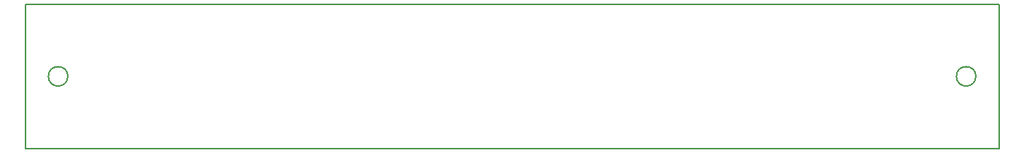
<source format=gbr>
G04 #@! TF.GenerationSoftware,KiCad,Pcbnew,(5.1.4)-1*
G04 #@! TF.CreationDate,2020-01-28T11:55:59-05:00*
G04 #@! TF.ProjectId,PDC1920,50444331-3932-4302-9e6b-696361645f70,rev?*
G04 #@! TF.SameCoordinates,Original*
G04 #@! TF.FileFunction,Profile,NP*
%FSLAX46Y46*%
G04 Gerber Fmt 4.6, Leading zero omitted, Abs format (unit mm)*
G04 Created by KiCad (PCBNEW (5.1.4)-1) date 2020-01-28 11:55:59*
%MOMM*%
%LPD*%
G04 APERTURE LIST*
%ADD10C,0.200000*%
G04 APERTURE END LIST*
D10*
X163394600Y-85713125D02*
X50364601Y-85713125D01*
X55304901Y-94095125D02*
G75*
G03X55304901Y-94095125I-1130300J0D01*
G01*
X160714900Y-94095125D02*
G75*
G03X160714900Y-94095125I-1130300J0D01*
G01*
X163394600Y-102477125D02*
X163394600Y-85713125D01*
X50364601Y-102477125D02*
X163394600Y-102477125D01*
X50364601Y-85713125D02*
X50364601Y-102477125D01*
M02*

</source>
